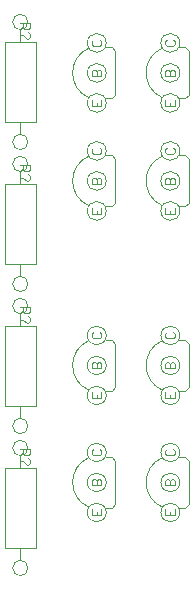
<source format=gm1>
G04*
G04 #@! TF.GenerationSoftware,Altium Limited,Altium Designer,21.9.2 (33)*
G04*
G04 Layer_Color=16711935*
%FSTAX24Y24*%
%MOIN*%
G70*
G04*
G04 #@! TF.SameCoordinates,70968F61-CF9C-473A-8EF3-60FC9ECF6E36*
G04*
G04*
G04 #@! TF.FilePolarity,Positive*
G04*
G01*
G75*
%ADD33C,0.0020*%
D33*
X026956Y037667D02*
G03*
X026956Y037667I-000256J0D01*
G01*
Y033667D02*
G03*
X026956Y033667I-000256J0D01*
G01*
Y032933D02*
G03*
X026956Y032933I-000256J0D01*
G01*
Y028933D02*
G03*
X026956Y028933I-000256J0D01*
G01*
Y0282D02*
G03*
X026956Y0282I-000256J0D01*
G01*
Y0242D02*
G03*
X026956Y0242I-000256J0D01*
G01*
Y0424D02*
G03*
X026956Y0424I-000256J0D01*
G01*
Y0384D02*
G03*
X026956Y0384I-000256J0D01*
G01*
X031437Y04153D02*
G03*
X031439Y039874I000358J-000827D01*
G01*
X032015Y0397D02*
G03*
X032015Y0397I-000315J0D01*
G01*
Y0407D02*
G03*
X032015Y0407I-000315J0D01*
G01*
Y0417D02*
G03*
X032015Y0417I-000315J0D01*
G01*
X028987Y04153D02*
G03*
X028989Y039874I000358J-000827D01*
G01*
X029565Y0397D02*
G03*
X029565Y0397I-000315J0D01*
G01*
Y0407D02*
G03*
X029565Y0407I-000315J0D01*
G01*
Y0417D02*
G03*
X029565Y0417I-000315J0D01*
G01*
X028987Y03793D02*
G03*
X028989Y036274I000358J-000827D01*
G01*
X029565Y0361D02*
G03*
X029565Y0361I-000315J0D01*
G01*
Y0371D02*
G03*
X029565Y0371I-000315J0D01*
G01*
Y0381D02*
G03*
X029565Y0381I-000315J0D01*
G01*
X032015D02*
G03*
X032015Y0381I-000315J0D01*
G01*
Y0371D02*
G03*
X032015Y0371I-000315J0D01*
G01*
Y0361D02*
G03*
X032015Y0361I-000315J0D01*
G01*
X031437Y03793D02*
G03*
X031439Y036274I000358J-000827D01*
G01*
X032015Y03195D02*
G03*
X032015Y03195I-000315J0D01*
G01*
Y03095D02*
G03*
X032015Y03095I-000315J0D01*
G01*
Y02995D02*
G03*
X032015Y02995I-000315J0D01*
G01*
X031437Y03178D02*
G03*
X031439Y030124I000358J-000827D01*
G01*
X029565Y03195D02*
G03*
X029565Y03195I-000315J0D01*
G01*
Y03095D02*
G03*
X029565Y03095I-000315J0D01*
G01*
Y02995D02*
G03*
X029565Y02995I-000315J0D01*
G01*
X028987Y03178D02*
G03*
X028989Y030124I000358J-000827D01*
G01*
X032015Y02805D02*
G03*
X032015Y02805I-000315J0D01*
G01*
Y02705D02*
G03*
X032015Y02705I-000315J0D01*
G01*
Y02605D02*
G03*
X032015Y02605I-000315J0D01*
G01*
X031437Y02788D02*
G03*
X031439Y026224I000358J-000827D01*
G01*
X029565Y02805D02*
G03*
X029565Y02805I-000315J0D01*
G01*
Y02705D02*
G03*
X029565Y02705I-000315J0D01*
G01*
Y02605D02*
G03*
X029565Y02605I-000315J0D01*
G01*
X028987Y02788D02*
G03*
X028989Y026224I000358J-000827D01*
G01*
X026188Y034328D02*
Y037005D01*
Y034328D02*
X027212D01*
X0267Y037005D02*
Y037411D01*
Y033934D02*
Y034328D01*
X026188Y037005D02*
X027212D01*
Y034328D02*
Y037005D01*
X026188Y029595D02*
Y032272D01*
Y029595D02*
X027212D01*
X0267Y032272D02*
Y032677D01*
Y029201D02*
Y029595D01*
X026188Y032272D02*
X027212D01*
Y029595D02*
Y032272D01*
X026188Y024861D02*
Y027539D01*
Y024861D02*
X027212D01*
X0267Y027539D02*
Y027944D01*
Y024468D02*
Y024861D01*
X026188Y027539D02*
X027212D01*
Y024861D02*
Y027539D01*
X026188Y039061D02*
Y041739D01*
Y039061D02*
X027212D01*
X0267Y041739D02*
Y042144D01*
Y038668D02*
Y039061D01*
X026188Y041739D02*
X027212D01*
Y039061D02*
Y041739D01*
X0322Y03985D02*
X032318Y039968D01*
X0322Y04155D02*
X032318Y041432D01*
X032Y03985D02*
X0322D01*
X032318Y039968D02*
Y041432D01*
X032Y04155D02*
X0322D01*
X02975Y03985D02*
X029868Y039968D01*
X02975Y04155D02*
X029868Y041432D01*
X02955Y03985D02*
X02975D01*
X029868Y039968D02*
Y041432D01*
X02955Y04155D02*
X02975D01*
Y03625D02*
X029868Y036368D01*
X02975Y03795D02*
X029868Y037832D01*
X02955Y03625D02*
X02975D01*
X029868Y036368D02*
Y037832D01*
X02955Y03795D02*
X02975D01*
X032D02*
X0322D01*
X032318Y036368D02*
Y037832D01*
X032Y03625D02*
X0322D01*
Y03795D02*
X032318Y037832D01*
X0322Y03625D02*
X032318Y036368D01*
X032Y0318D02*
X0322D01*
X032318Y030218D02*
Y031682D01*
X032Y0301D02*
X0322D01*
Y0318D02*
X032318Y031682D01*
X0322Y0301D02*
X032318Y030218D01*
X02955Y0318D02*
X02975D01*
X029868Y030218D02*
Y031682D01*
X02955Y0301D02*
X02975D01*
Y0318D02*
X029868Y031682D01*
X02975Y0301D02*
X029868Y030218D01*
X032Y0279D02*
X0322D01*
X032318Y026318D02*
Y027782D01*
X032Y0262D02*
X0322D01*
Y0279D02*
X032318Y027782D01*
X0322Y0262D02*
X032318Y026318D01*
X02955Y0279D02*
X02975D01*
X029868Y026318D02*
Y027782D01*
X02955Y0262D02*
X02975D01*
Y0279D02*
X029868Y027782D01*
X02975Y0262D02*
X029868Y026318D01*
X0267Y037635D02*
X027015D01*
Y037478D01*
X026962Y037425D01*
X026857D01*
X026805Y037478D01*
Y037635D01*
Y03753D02*
X0267Y037425D01*
X026962Y03732D02*
X027015Y037268D01*
Y037163D01*
X026962Y03711D01*
X02691D01*
X026805Y037215D01*
X026752D02*
X0267D01*
Y032902D02*
X027015D01*
Y032744D01*
X026962Y032692D01*
X026857D01*
X026805Y032744D01*
Y032902D01*
Y032797D02*
X0267Y032692D01*
X026962Y032587D02*
X027015Y032534D01*
Y03243D01*
X026962Y032377D01*
X02691D01*
X026805Y032482D01*
X026752D02*
X0267D01*
Y028168D02*
X027015D01*
Y028011D01*
X026962Y027959D01*
X026857D01*
X026805Y028011D01*
Y028168D01*
Y028064D02*
X0267Y027959D01*
X026962Y027854D02*
X027015Y027801D01*
Y027696D01*
X026962Y027644D01*
X02691D01*
X026805Y027749D01*
X026752D02*
X0267D01*
Y042368D02*
X027015D01*
Y042211D01*
X026962Y042159D01*
X026857D01*
X026805Y042211D01*
Y042368D01*
Y042264D02*
X0267Y042159D01*
X026962Y042054D02*
X027015Y042001D01*
Y041896D01*
X026962Y041844D01*
X02691D01*
X026805Y041949D01*
X026752D02*
X0267D01*
X031535Y03981D02*
Y0396D01*
X03185D01*
Y03981D01*
X031693Y0396D02*
Y039705D01*
X031535Y0406D02*
X03185D01*
Y040757D01*
X031798Y04081D01*
X031745D01*
X031693Y040757D01*
Y0406D01*
Y040757D01*
X03164Y04081D01*
X031588D01*
X031535Y040757D01*
Y0406D01*
X031588Y04181D02*
X031535Y041757D01*
Y041652D01*
X031588Y0416D01*
X031798D01*
X03185Y041652D01*
Y041757D01*
X031798Y04181D01*
X029085Y03981D02*
Y0396D01*
X0294D01*
Y03981D01*
X029243Y0396D02*
Y039705D01*
X029085Y0406D02*
X0294D01*
Y040757D01*
X029348Y04081D01*
X029295D01*
X029243Y040757D01*
Y0406D01*
Y040757D01*
X02919Y04081D01*
X029138D01*
X029085Y040757D01*
Y0406D01*
X029138Y04181D02*
X029085Y041757D01*
Y041652D01*
X029138Y0416D01*
X029348D01*
X0294Y041652D01*
Y041757D01*
X029348Y04181D01*
X029085Y03621D02*
Y036D01*
X0294D01*
Y03621D01*
X029243Y036D02*
Y036105D01*
X029085Y037D02*
X0294D01*
Y037157D01*
X029348Y03721D01*
X029295D01*
X029243Y037157D01*
Y037D01*
Y037157D01*
X02919Y03721D01*
X029138D01*
X029085Y037157D01*
Y037D01*
X029138Y03821D02*
X029085Y038157D01*
Y038052D01*
X029138Y038D01*
X029348D01*
X0294Y038052D01*
Y038157D01*
X029348Y03821D01*
X031588D02*
X031535Y038157D01*
Y038052D01*
X031588Y038D01*
X031798D01*
X03185Y038052D01*
Y038157D01*
X031798Y03821D01*
X031535Y037D02*
X03185D01*
Y037157D01*
X031798Y03721D01*
X031745D01*
X031693Y037157D01*
Y037D01*
Y037157D01*
X03164Y03721D01*
X031588D01*
X031535Y037157D01*
Y037D01*
Y03621D02*
Y036D01*
X03185D01*
Y03621D01*
X031693Y036D02*
Y036105D01*
X031588Y03206D02*
X031535Y032007D01*
Y031902D01*
X031588Y03185D01*
X031798D01*
X03185Y031902D01*
Y032007D01*
X031798Y03206D01*
X031535Y03085D02*
X03185D01*
Y031007D01*
X031798Y03106D01*
X031745D01*
X031693Y031007D01*
Y03085D01*
Y031007D01*
X03164Y03106D01*
X031588D01*
X031535Y031007D01*
Y03085D01*
Y03006D02*
Y02985D01*
X03185D01*
Y03006D01*
X031693Y02985D02*
Y029955D01*
X029138Y03206D02*
X029085Y032007D01*
Y031902D01*
X029138Y03185D01*
X029348D01*
X0294Y031902D01*
Y032007D01*
X029348Y03206D01*
X029085Y03085D02*
X0294D01*
Y031007D01*
X029348Y03106D01*
X029295D01*
X029243Y031007D01*
Y03085D01*
Y031007D01*
X02919Y03106D01*
X029138D01*
X029085Y031007D01*
Y03085D01*
Y03006D02*
Y02985D01*
X0294D01*
Y03006D01*
X029243Y02985D02*
Y029955D01*
X031588Y02816D02*
X031535Y028107D01*
Y028002D01*
X031588Y02795D01*
X031798D01*
X03185Y028002D01*
Y028107D01*
X031798Y02816D01*
X031535Y02695D02*
X03185D01*
Y027107D01*
X031798Y02716D01*
X031745D01*
X031693Y027107D01*
Y02695D01*
Y027107D01*
X03164Y02716D01*
X031588D01*
X031535Y027107D01*
Y02695D01*
Y02616D02*
Y02595D01*
X03185D01*
Y02616D01*
X031693Y02595D02*
Y026055D01*
X029138Y02816D02*
X029085Y028107D01*
Y028002D01*
X029138Y02795D01*
X029348D01*
X0294Y028002D01*
Y028107D01*
X029348Y02816D01*
X029085Y02695D02*
X0294D01*
Y027107D01*
X029348Y02716D01*
X029295D01*
X029243Y027107D01*
Y02695D01*
Y027107D01*
X02919Y02716D01*
X029138D01*
X029085Y027107D01*
Y02695D01*
Y02616D02*
Y02595D01*
X0294D01*
Y02616D01*
X029243Y02595D02*
Y026055D01*
M02*

</source>
